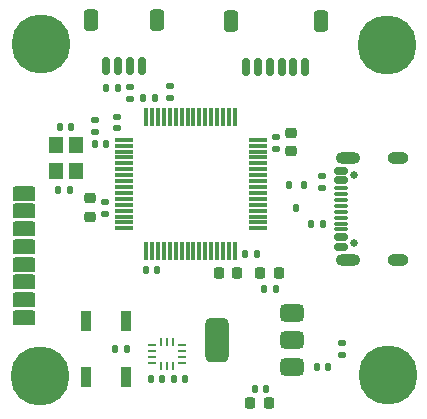
<source format=gts>
G04 #@! TF.GenerationSoftware,KiCad,Pcbnew,9.0.1*
G04 #@! TF.CreationDate,2025-04-29T03:14:40+06:00*
G04 #@! TF.ProjectId,stm32f401,73746d33-3266-4343-9031-2e6b69636164,rev?*
G04 #@! TF.SameCoordinates,Original*
G04 #@! TF.FileFunction,Soldermask,Top*
G04 #@! TF.FilePolarity,Negative*
%FSLAX46Y46*%
G04 Gerber Fmt 4.6, Leading zero omitted, Abs format (unit mm)*
G04 Created by KiCad (PCBNEW 9.0.1) date 2025-04-29 03:14:40*
%MOMM*%
%LPD*%
G01*
G04 APERTURE LIST*
G04 Aperture macros list*
%AMRoundRect*
0 Rectangle with rounded corners*
0 $1 Rounding radius*
0 $2 $3 $4 $5 $6 $7 $8 $9 X,Y pos of 4 corners*
0 Add a 4 corners polygon primitive as box body*
4,1,4,$2,$3,$4,$5,$6,$7,$8,$9,$2,$3,0*
0 Add four circle primitives for the rounded corners*
1,1,$1+$1,$2,$3*
1,1,$1+$1,$4,$5*
1,1,$1+$1,$6,$7*
1,1,$1+$1,$8,$9*
0 Add four rect primitives between the rounded corners*
20,1,$1+$1,$2,$3,$4,$5,0*
20,1,$1+$1,$4,$5,$6,$7,0*
20,1,$1+$1,$6,$7,$8,$9,0*
20,1,$1+$1,$8,$9,$2,$3,0*%
G04 Aperture macros list end*
%ADD10O,1.800000X1.000000*%
%ADD11O,2.100000X1.000000*%
%ADD12RoundRect,0.150000X0.425000X-0.150000X0.425000X0.150000X-0.425000X0.150000X-0.425000X-0.150000X0*%
%ADD13RoundRect,0.075000X0.500000X-0.075000X0.500000X0.075000X-0.500000X0.075000X-0.500000X-0.075000X0*%
%ADD14C,0.650000*%
%ADD15C,0.800000*%
%ADD16C,5.000000*%
%ADD17RoundRect,0.135000X0.135000X0.185000X-0.135000X0.185000X-0.135000X-0.185000X0.135000X-0.185000X0*%
%ADD18R,0.675000X0.250000*%
%ADD19R,0.250000X0.675000*%
%ADD20RoundRect,0.112500X0.112500X0.237500X-0.112500X0.237500X-0.112500X-0.237500X0.112500X-0.237500X0*%
%ADD21RoundRect,0.225000X-0.225000X-0.250000X0.225000X-0.250000X0.225000X0.250000X-0.225000X0.250000X0*%
%ADD22RoundRect,0.375000X0.625000X0.375000X-0.625000X0.375000X-0.625000X-0.375000X0.625000X-0.375000X0*%
%ADD23RoundRect,0.500000X0.500000X1.400000X-0.500000X1.400000X-0.500000X-1.400000X0.500000X-1.400000X0*%
%ADD24RoundRect,0.140000X-0.140000X-0.170000X0.140000X-0.170000X0.140000X0.170000X-0.140000X0.170000X0*%
%ADD25RoundRect,0.140000X0.140000X0.170000X-0.140000X0.170000X-0.140000X-0.170000X0.140000X-0.170000X0*%
%ADD26RoundRect,0.147500X-0.147500X-0.172500X0.147500X-0.172500X0.147500X0.172500X-0.147500X0.172500X0*%
%ADD27RoundRect,0.135000X-0.185000X0.135000X-0.185000X-0.135000X0.185000X-0.135000X0.185000X0.135000X0*%
%ADD28RoundRect,0.135000X-0.135000X-0.185000X0.135000X-0.185000X0.135000X0.185000X-0.135000X0.185000X0*%
%ADD29R,0.900000X1.700000*%
%ADD30RoundRect,0.250000X0.350000X0.650000X-0.350000X0.650000X-0.350000X-0.650000X0.350000X-0.650000X0*%
%ADD31RoundRect,0.150000X0.150000X0.625000X-0.150000X0.625000X-0.150000X-0.625000X0.150000X-0.625000X0*%
%ADD32RoundRect,0.190500X-0.762000X-0.444500X0.762000X-0.444500X0.762000X0.444500X-0.762000X0.444500X0*%
%ADD33RoundRect,0.140000X-0.170000X0.140000X-0.170000X-0.140000X0.170000X-0.140000X0.170000X0.140000X0*%
%ADD34R,1.200000X1.400000*%
%ADD35RoundRect,0.225000X-0.250000X0.225000X-0.250000X-0.225000X0.250000X-0.225000X0.250000X0.225000X0*%
%ADD36RoundRect,0.135000X0.185000X-0.135000X0.185000X0.135000X-0.185000X0.135000X-0.185000X-0.135000X0*%
%ADD37RoundRect,0.147500X0.147500X0.172500X-0.147500X0.172500X-0.147500X-0.172500X0.147500X-0.172500X0*%
%ADD38RoundRect,0.225000X0.225000X0.250000X-0.225000X0.250000X-0.225000X-0.250000X0.225000X-0.250000X0*%
%ADD39RoundRect,0.075000X-0.700000X-0.075000X0.700000X-0.075000X0.700000X0.075000X-0.700000X0.075000X0*%
%ADD40RoundRect,0.075000X-0.075000X-0.700000X0.075000X-0.700000X0.075000X0.700000X-0.075000X0.700000X0*%
G04 APERTURE END LIST*
D10*
G04 #@! TO.C,J1*
X73645000Y-63050000D03*
D11*
X69465000Y-63050000D03*
D10*
X73645000Y-71690000D03*
D11*
X69465000Y-71690000D03*
D12*
X68890000Y-70570000D03*
X68890000Y-69770000D03*
D13*
X68890000Y-69120000D03*
X68890000Y-68120000D03*
X68890000Y-66620000D03*
X68890000Y-65620000D03*
D12*
X68890000Y-64970000D03*
X68890000Y-64170000D03*
X68890000Y-64170000D03*
X68890000Y-64970000D03*
D13*
X68890000Y-66120000D03*
X68890000Y-67120000D03*
X68890000Y-67620000D03*
X68890000Y-68620000D03*
D12*
X68890000Y-69770000D03*
X68890000Y-70570000D03*
D14*
X69965000Y-64480000D03*
X69965000Y-70260000D03*
G04 #@! TD*
D15*
G04 #@! TO.C,H4*
X43340000Y-79615000D03*
X44665825Y-80164175D03*
X42014175Y-80164175D03*
X45215000Y-81490000D03*
D16*
X43340000Y-81490000D03*
D15*
X41465000Y-81490000D03*
X44665825Y-82815825D03*
X42014175Y-82815825D03*
X43340000Y-83365000D03*
G04 #@! TD*
G04 #@! TO.C,H3*
X72820000Y-83285000D03*
X71494175Y-82735825D03*
X74145825Y-82735825D03*
X70945000Y-81410000D03*
D16*
X72820000Y-81410000D03*
D15*
X74695000Y-81410000D03*
X71494175Y-80084175D03*
X74145825Y-80084175D03*
X72820000Y-79535000D03*
G04 #@! TD*
G04 #@! TO.C,H2*
X43410000Y-55295000D03*
X42084175Y-54745825D03*
X44735825Y-54745825D03*
X41535000Y-53420000D03*
D16*
X43410000Y-53420000D03*
D15*
X45285000Y-53420000D03*
X42084175Y-52094175D03*
X44735825Y-52094175D03*
X43410000Y-51545000D03*
G04 #@! TD*
G04 #@! TO.C,H1*
X74635000Y-53470000D03*
X74085825Y-54795825D03*
X74085825Y-52144175D03*
X72760000Y-55345000D03*
D16*
X72760000Y-53470000D03*
D15*
X72760000Y-51595000D03*
X71434175Y-54795825D03*
X71434175Y-52144175D03*
X70885000Y-53470000D03*
G04 #@! TD*
D17*
G04 #@! TO.C,R3*
X49720000Y-79260000D03*
X50740000Y-79260000D03*
G04 #@! TD*
D18*
G04 #@! TO.C,U3*
X52877500Y-78887500D03*
X52877500Y-79387500D03*
X52877500Y-79887500D03*
X52877500Y-80387500D03*
D19*
X53640000Y-80650000D03*
X54140000Y-80650000D03*
X54640000Y-80650000D03*
D18*
X55402500Y-80387500D03*
X55402500Y-79887500D03*
X55402500Y-79387500D03*
X55402500Y-78887500D03*
D19*
X54640000Y-78625000D03*
X54140000Y-78625000D03*
X53640000Y-78625000D03*
G04 #@! TD*
D20*
G04 #@! TO.C,U1*
X65720000Y-65320000D03*
X64420000Y-65320000D03*
X65070000Y-67320000D03*
G04 #@! TD*
D21*
G04 #@! TO.C,C17*
X62725000Y-83850000D03*
X61175000Y-83850000D03*
G04 #@! TD*
D22*
G04 #@! TO.C,U2*
X64680000Y-76192500D03*
D23*
X58380000Y-78492500D03*
D22*
X64680000Y-78492500D03*
X64680000Y-80792500D03*
G04 #@! TD*
D24*
G04 #@! TO.C,C16*
X62500000Y-82610000D03*
X61540000Y-82610000D03*
G04 #@! TD*
D25*
G04 #@! TO.C,C13*
X62360000Y-74130000D03*
X63320000Y-74130000D03*
G04 #@! TD*
D26*
G04 #@! TO.C,D2*
X67762500Y-80790000D03*
X66792500Y-80790000D03*
G04 #@! TD*
D27*
G04 #@! TO.C,R5*
X68900000Y-79720000D03*
X68900000Y-78700000D03*
G04 #@! TD*
D28*
G04 #@! TO.C,R7*
X67290000Y-68630000D03*
X66270000Y-68630000D03*
G04 #@! TD*
D25*
G04 #@! TO.C,C7*
X54680000Y-81780000D03*
X55640000Y-81780000D03*
G04 #@! TD*
D24*
G04 #@! TO.C,C1*
X53690000Y-81790000D03*
X52730000Y-81790000D03*
G04 #@! TD*
D29*
G04 #@! TO.C,RST*
X50650000Y-76900000D03*
X47250000Y-76900000D03*
G04 #@! TD*
G04 #@! TO.C,BOOT0*
X47220000Y-81620000D03*
X50620000Y-81620000D03*
G04 #@! TD*
D30*
G04 #@! TO.C,I2C1*
X47670000Y-51415000D03*
X53270000Y-51415000D03*
D31*
X48970000Y-55290000D03*
X49970000Y-55290000D03*
X50970000Y-55290000D03*
X51970000Y-55290000D03*
G04 #@! TD*
D30*
G04 #@! TO.C,PWM1*
X59520000Y-51455000D03*
X67120000Y-51455000D03*
D31*
X60820000Y-55330000D03*
X61820000Y-55330000D03*
X62820000Y-55330000D03*
X63820000Y-55330000D03*
X64820000Y-55330000D03*
X65820000Y-55330000D03*
G04 #@! TD*
D25*
G04 #@! TO.C,C15*
X53280000Y-72540000D03*
X52320000Y-72540000D03*
G04 #@! TD*
D24*
G04 #@! TO.C,C2*
X60760000Y-71220000D03*
X61720000Y-71220000D03*
G04 #@! TD*
D32*
G04 #@! TO.C,SWD*
X42020000Y-76600000D03*
X42020000Y-75100000D03*
X42020000Y-73600000D03*
X42020000Y-72100000D03*
X42020000Y-70600000D03*
X42020000Y-69100000D03*
X42020000Y-67600000D03*
X42020000Y-66100000D03*
G04 #@! TD*
D24*
G04 #@! TO.C,C8*
X45060000Y-60430000D03*
X46020000Y-60430000D03*
G04 #@! TD*
G04 #@! TO.C,C4*
X52110000Y-58000000D03*
X53070000Y-58000000D03*
G04 #@! TD*
D33*
G04 #@! TO.C,C14*
X49900000Y-59600000D03*
X49900000Y-60560000D03*
G04 #@! TD*
D34*
G04 #@! TO.C,Y1*
X44730000Y-61980000D03*
X44730000Y-64180000D03*
X46430000Y-64180000D03*
X46430000Y-61980000D03*
G04 #@! TD*
D35*
G04 #@! TO.C,C3*
X47560000Y-66495000D03*
X47560000Y-68045000D03*
G04 #@! TD*
D24*
G04 #@! TO.C,C9*
X44930000Y-65800000D03*
X45890000Y-65800000D03*
G04 #@! TD*
D17*
G04 #@! TO.C,R1*
X50000000Y-57110000D03*
X48980000Y-57110000D03*
G04 #@! TD*
D27*
G04 #@! TO.C,R2*
X50950000Y-57050000D03*
X50950000Y-58070000D03*
G04 #@! TD*
D36*
G04 #@! TO.C,R4*
X54360000Y-58010000D03*
X54360000Y-56990000D03*
G04 #@! TD*
D37*
G04 #@! TO.C,D1*
X48950000Y-61880000D03*
X47980000Y-61880000D03*
G04 #@! TD*
D33*
G04 #@! TO.C,C5*
X48830000Y-66830000D03*
X48830000Y-67790000D03*
G04 #@! TD*
D35*
G04 #@! TO.C,C10*
X64630000Y-60965000D03*
X64630000Y-62515000D03*
G04 #@! TD*
D38*
G04 #@! TO.C,C12*
X63575000Y-72770000D03*
X62025000Y-72770000D03*
G04 #@! TD*
D27*
G04 #@! TO.C,R8*
X67240000Y-64600000D03*
X67240000Y-65620000D03*
G04 #@! TD*
D21*
G04 #@! TO.C,C18*
X58515000Y-72840000D03*
X60065000Y-72840000D03*
G04 #@! TD*
D33*
G04 #@! TO.C,C6*
X63330000Y-61310000D03*
X63330000Y-62270000D03*
G04 #@! TD*
D27*
G04 #@! TO.C,R6*
X48010000Y-59840000D03*
X48010000Y-60860000D03*
G04 #@! TD*
D39*
G04 #@! TO.C,U4*
X50435000Y-61530000D03*
X50435000Y-62030000D03*
X50435000Y-62530000D03*
X50435000Y-63030000D03*
X50435000Y-63530000D03*
X50435000Y-64030000D03*
X50435000Y-64530000D03*
X50435000Y-65030000D03*
X50435000Y-65530000D03*
X50435000Y-66030000D03*
X50435000Y-66530000D03*
X50435000Y-67030000D03*
X50435000Y-67530000D03*
X50435000Y-68030000D03*
X50435000Y-68530000D03*
X50435000Y-69030000D03*
D40*
X52360000Y-70955000D03*
X52860000Y-70955000D03*
X53360000Y-70955000D03*
X53860000Y-70955000D03*
X54360000Y-70955000D03*
X54860000Y-70955000D03*
X55360000Y-70955000D03*
X55860000Y-70955000D03*
X56360000Y-70955000D03*
X56860000Y-70955000D03*
X57360000Y-70955000D03*
X57860000Y-70955000D03*
X58360000Y-70955000D03*
X58860000Y-70955000D03*
X59360000Y-70955000D03*
X59860000Y-70955000D03*
D39*
X61785000Y-69030000D03*
X61785000Y-68530000D03*
X61785000Y-68030000D03*
X61785000Y-67530000D03*
X61785000Y-67030000D03*
X61785000Y-66530000D03*
X61785000Y-66030000D03*
X61785000Y-65530000D03*
X61785000Y-65030000D03*
X61785000Y-64530000D03*
X61785000Y-64030000D03*
X61785000Y-63530000D03*
X61785000Y-63030000D03*
X61785000Y-62530000D03*
X61785000Y-62030000D03*
X61785000Y-61530000D03*
D40*
X59860000Y-59605000D03*
X59360000Y-59605000D03*
X58860000Y-59605000D03*
X58360000Y-59605000D03*
X57860000Y-59605000D03*
X57360000Y-59605000D03*
X56860000Y-59605000D03*
X56360000Y-59605000D03*
X55860000Y-59605000D03*
X55360000Y-59605000D03*
X54860000Y-59605000D03*
X54360000Y-59605000D03*
X53860000Y-59605000D03*
X53360000Y-59605000D03*
X52860000Y-59605000D03*
X52360000Y-59605000D03*
G04 #@! TD*
M02*

</source>
